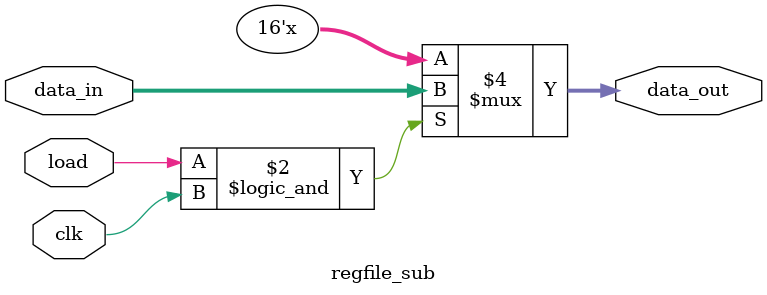
<source format=v>
module regfile_sub (data_out,data_in, load,clk);
input [15:0] data_in;
input load,clk;//
output reg [15:0] data_out;

initial
data_out = 16'd0;

always@( *)
if (load && clk) data_out <= data_in;
endmodule

</source>
